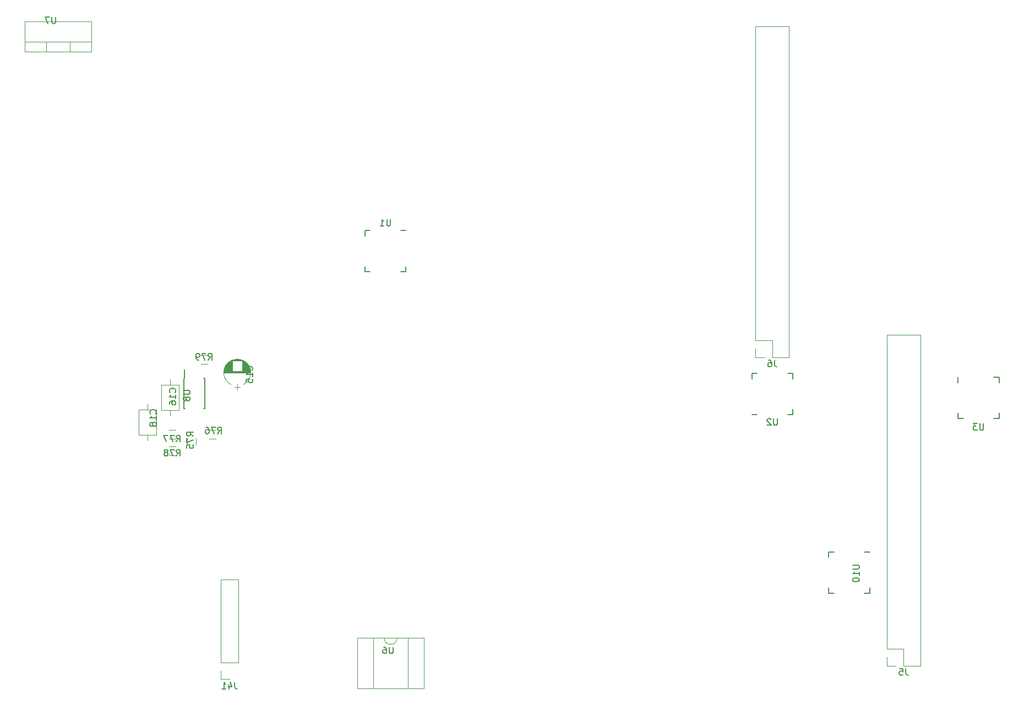
<source format=gbo>
G04 #@! TF.GenerationSoftware,KiCad,Pcbnew,(5.1.2)-2*
G04 #@! TF.CreationDate,2019-08-05T18:25:16-04:00*
G04 #@! TF.ProjectId,LooperPCB,4c6f6f70-6572-4504-9342-2e6b69636164,rev?*
G04 #@! TF.SameCoordinates,Original*
G04 #@! TF.FileFunction,Legend,Bot*
G04 #@! TF.FilePolarity,Positive*
%FSLAX46Y46*%
G04 Gerber Fmt 4.6, Leading zero omitted, Abs format (unit mm)*
G04 Created by KiCad (PCBNEW (5.1.2)-2) date 2019-08-05 18:25:16*
%MOMM*%
%LPD*%
G04 APERTURE LIST*
%ADD10C,0.120000*%
%ADD11C,0.150000*%
G04 APERTURE END LIST*
D10*
X94379170Y-112753564D02*
G75*
G02X94380000Y-116445996I-979170J-1846436D01*
G01*
X92420830Y-112753564D02*
G75*
G03X92420000Y-116445996I979170J-1846436D01*
G01*
X92420830Y-112753564D02*
G75*
G02X94380000Y-112754004I979170J-1846436D01*
G01*
X95450000Y-114600000D02*
X91350000Y-114600000D01*
X95450000Y-114560000D02*
X91350000Y-114560000D01*
X95449000Y-114520000D02*
X91351000Y-114520000D01*
X95447000Y-114480000D02*
X91353000Y-114480000D01*
X95444000Y-114440000D02*
X91356000Y-114440000D01*
X95441000Y-114400000D02*
X91359000Y-114400000D01*
X95437000Y-114360000D02*
X94180000Y-114360000D01*
X92620000Y-114360000D02*
X91363000Y-114360000D01*
X95432000Y-114320000D02*
X94180000Y-114320000D01*
X92620000Y-114320000D02*
X91368000Y-114320000D01*
X95426000Y-114280000D02*
X94180000Y-114280000D01*
X92620000Y-114280000D02*
X91374000Y-114280000D01*
X95419000Y-114240000D02*
X94180000Y-114240000D01*
X92620000Y-114240000D02*
X91381000Y-114240000D01*
X95412000Y-114200000D02*
X94180000Y-114200000D01*
X92620000Y-114200000D02*
X91388000Y-114200000D01*
X95404000Y-114160000D02*
X94180000Y-114160000D01*
X92620000Y-114160000D02*
X91396000Y-114160000D01*
X95395000Y-114120000D02*
X94180000Y-114120000D01*
X92620000Y-114120000D02*
X91405000Y-114120000D01*
X95385000Y-114080000D02*
X94180000Y-114080000D01*
X92620000Y-114080000D02*
X91415000Y-114080000D01*
X95374000Y-114040000D02*
X94180000Y-114040000D01*
X92620000Y-114040000D02*
X91426000Y-114040000D01*
X95363000Y-114000000D02*
X94180000Y-114000000D01*
X92620000Y-114000000D02*
X91437000Y-114000000D01*
X95350000Y-113960000D02*
X94180000Y-113960000D01*
X92620000Y-113960000D02*
X91450000Y-113960000D01*
X95337000Y-113920000D02*
X94180000Y-113920000D01*
X92620000Y-113920000D02*
X91463000Y-113920000D01*
X95323000Y-113879000D02*
X94180000Y-113879000D01*
X92620000Y-113879000D02*
X91477000Y-113879000D01*
X95307000Y-113839000D02*
X94180000Y-113839000D01*
X92620000Y-113839000D02*
X91493000Y-113839000D01*
X95291000Y-113799000D02*
X94180000Y-113799000D01*
X92620000Y-113799000D02*
X91509000Y-113799000D01*
X95274000Y-113759000D02*
X94180000Y-113759000D01*
X92620000Y-113759000D02*
X91526000Y-113759000D01*
X95256000Y-113719000D02*
X94180000Y-113719000D01*
X92620000Y-113719000D02*
X91544000Y-113719000D01*
X95237000Y-113679000D02*
X94180000Y-113679000D01*
X92620000Y-113679000D02*
X91563000Y-113679000D01*
X95217000Y-113639000D02*
X94180000Y-113639000D01*
X92620000Y-113639000D02*
X91583000Y-113639000D01*
X95196000Y-113599000D02*
X94180000Y-113599000D01*
X92620000Y-113599000D02*
X91604000Y-113599000D01*
X95173000Y-113559000D02*
X94180000Y-113559000D01*
X92620000Y-113559000D02*
X91627000Y-113559000D01*
X95150000Y-113519000D02*
X94180000Y-113519000D01*
X92620000Y-113519000D02*
X91650000Y-113519000D01*
X95125000Y-113479000D02*
X94180000Y-113479000D01*
X92620000Y-113479000D02*
X91675000Y-113479000D01*
X95099000Y-113439000D02*
X94180000Y-113439000D01*
X92620000Y-113439000D02*
X91701000Y-113439000D01*
X95072000Y-113399000D02*
X94180000Y-113399000D01*
X92620000Y-113399000D02*
X91728000Y-113399000D01*
X95043000Y-113359000D02*
X94180000Y-113359000D01*
X92620000Y-113359000D02*
X91757000Y-113359000D01*
X95013000Y-113319000D02*
X94180000Y-113319000D01*
X92620000Y-113319000D02*
X91787000Y-113319000D01*
X94981000Y-113279000D02*
X94180000Y-113279000D01*
X92620000Y-113279000D02*
X91819000Y-113279000D01*
X94947000Y-113239000D02*
X94180000Y-113239000D01*
X92620000Y-113239000D02*
X91853000Y-113239000D01*
X94912000Y-113199000D02*
X94180000Y-113199000D01*
X92620000Y-113199000D02*
X91888000Y-113199000D01*
X94875000Y-113159000D02*
X94180000Y-113159000D01*
X92620000Y-113159000D02*
X91925000Y-113159000D01*
X94836000Y-113119000D02*
X94180000Y-113119000D01*
X92620000Y-113119000D02*
X91964000Y-113119000D01*
X94795000Y-113079000D02*
X94180000Y-113079000D01*
X92620000Y-113079000D02*
X92005000Y-113079000D01*
X94751000Y-113039000D02*
X94180000Y-113039000D01*
X92620000Y-113039000D02*
X92049000Y-113039000D01*
X94705000Y-112999000D02*
X94180000Y-112999000D01*
X92620000Y-112999000D02*
X92095000Y-112999000D01*
X94656000Y-112959000D02*
X94180000Y-112959000D01*
X92620000Y-112959000D02*
X92144000Y-112959000D01*
X94604000Y-112919000D02*
X94180000Y-112919000D01*
X92620000Y-112919000D02*
X92196000Y-112919000D01*
X94548000Y-112879000D02*
X94180000Y-112879000D01*
X92620000Y-112879000D02*
X92252000Y-112879000D01*
X94488000Y-112839000D02*
X94180000Y-112839000D01*
X92620000Y-112839000D02*
X92312000Y-112839000D01*
X94423000Y-112799000D02*
X92377000Y-112799000D01*
X94352000Y-112759000D02*
X92448000Y-112759000D01*
X94274000Y-112719000D02*
X92526000Y-112719000D01*
X94186000Y-112679000D02*
X92614000Y-112679000D01*
X94086000Y-112639000D02*
X92714000Y-112639000D01*
X93967000Y-112599000D02*
X92833000Y-112599000D01*
X93815000Y-112559000D02*
X92985000Y-112559000D01*
X93565000Y-112519000D02*
X93235000Y-112519000D01*
X93400000Y-117300000D02*
X93400000Y-116400000D01*
X93850000Y-116850000D02*
X92950000Y-116850000D01*
X84460000Y-120410000D02*
X81740000Y-120410000D01*
X81740000Y-120410000D02*
X81740000Y-116490000D01*
X81740000Y-116490000D02*
X84460000Y-116490000D01*
X84460000Y-116490000D02*
X84460000Y-120410000D01*
X83100000Y-121220000D02*
X83100000Y-120410000D01*
X83100000Y-115680000D02*
X83100000Y-116490000D01*
X80960000Y-124210000D02*
X78240000Y-124210000D01*
X78240000Y-124210000D02*
X78240000Y-120290000D01*
X78240000Y-120290000D02*
X80960000Y-120290000D01*
X80960000Y-120290000D02*
X80960000Y-124210000D01*
X79600000Y-125020000D02*
X79600000Y-124210000D01*
X79600000Y-119480000D02*
X79600000Y-120290000D01*
X193270000Y-108810000D02*
X198470000Y-108810000D01*
X193270000Y-157130000D02*
X193270000Y-108810000D01*
X198470000Y-159730000D02*
X198470000Y-108810000D01*
X193270000Y-157130000D02*
X195870000Y-157130000D01*
X195870000Y-157130000D02*
X195870000Y-159730000D01*
X195870000Y-159730000D02*
X198470000Y-159730000D01*
X193270000Y-158400000D02*
X193270000Y-159730000D01*
X193270000Y-159730000D02*
X194600000Y-159730000D01*
X173070000Y-61310000D02*
X178270000Y-61310000D01*
X173070000Y-109630000D02*
X173070000Y-61310000D01*
X178270000Y-112230000D02*
X178270000Y-61310000D01*
X173070000Y-109630000D02*
X175670000Y-109630000D01*
X175670000Y-109630000D02*
X175670000Y-112230000D01*
X175670000Y-112230000D02*
X178270000Y-112230000D01*
X173070000Y-110900000D02*
X173070000Y-112230000D01*
X173070000Y-112230000D02*
X174400000Y-112230000D01*
X90870000Y-146470000D02*
X93530000Y-146470000D01*
X90870000Y-159230000D02*
X90870000Y-146470000D01*
X93530000Y-159230000D02*
X93530000Y-146470000D01*
X90870000Y-159230000D02*
X93530000Y-159230000D01*
X90870000Y-160500000D02*
X90870000Y-161830000D01*
X90870000Y-161830000D02*
X92200000Y-161830000D01*
X60720000Y-65220000D02*
X70960000Y-65220000D01*
X60720000Y-60579000D02*
X70960000Y-60579000D01*
X60720000Y-65220000D02*
X60720000Y-60579000D01*
X70960000Y-65220000D02*
X70960000Y-60579000D01*
X60720000Y-63710000D02*
X70960000Y-63710000D01*
X63990000Y-65220000D02*
X63990000Y-63710000D01*
X67691000Y-65220000D02*
X67691000Y-63710000D01*
D11*
X113050000Y-92750000D02*
X113050000Y-93540000D01*
X119350000Y-99050000D02*
X119350000Y-98260000D01*
X113050000Y-99050000D02*
X113050000Y-98260000D01*
X119350000Y-92750000D02*
X118560000Y-92750000D01*
X119350000Y-99050000D02*
X118560000Y-99050000D01*
X113050000Y-99050000D02*
X113840000Y-99050000D01*
X113050000Y-92750000D02*
X113840000Y-92750000D01*
X178850000Y-121050000D02*
X178850000Y-120260000D01*
X172550000Y-114750000D02*
X172550000Y-115540000D01*
X178850000Y-114750000D02*
X178850000Y-115540000D01*
X172550000Y-121050000D02*
X173340000Y-121050000D01*
X172550000Y-114750000D02*
X173340000Y-114750000D01*
X178850000Y-114750000D02*
X178060000Y-114750000D01*
X178850000Y-121050000D02*
X178060000Y-121050000D01*
X204250000Y-121650000D02*
X205040000Y-121650000D01*
X210550000Y-115350000D02*
X209760000Y-115350000D01*
X210550000Y-121650000D02*
X209760000Y-121650000D01*
X204250000Y-115350000D02*
X204250000Y-116140000D01*
X210550000Y-115350000D02*
X210550000Y-116140000D01*
X210550000Y-121650000D02*
X210550000Y-120860000D01*
X204250000Y-121650000D02*
X204250000Y-120860000D01*
X184350000Y-142250000D02*
X184350000Y-143040000D01*
X190650000Y-148550000D02*
X190650000Y-147760000D01*
X184350000Y-148550000D02*
X184350000Y-147760000D01*
X190650000Y-142250000D02*
X189860000Y-142250000D01*
X190650000Y-148550000D02*
X189860000Y-148550000D01*
X184350000Y-148550000D02*
X185140000Y-148550000D01*
X184350000Y-142250000D02*
X185140000Y-142250000D01*
D10*
X115990000Y-155470000D02*
G75*
G03X117990000Y-155470000I1000000J0D01*
G01*
X117990000Y-155470000D02*
X119640000Y-155470000D01*
X119640000Y-155470000D02*
X119640000Y-163210000D01*
X119640000Y-163210000D02*
X114340000Y-163210000D01*
X114340000Y-163210000D02*
X114340000Y-155470000D01*
X114340000Y-155470000D02*
X115990000Y-155470000D01*
X122130000Y-155410000D02*
X122130000Y-163270000D01*
X122130000Y-163270000D02*
X111850000Y-163270000D01*
X111850000Y-163270000D02*
X111850000Y-155410000D01*
X111850000Y-155410000D02*
X122130000Y-155410000D01*
X87080000Y-125700000D02*
X87080000Y-124700000D01*
X85720000Y-124700000D02*
X85720000Y-125700000D01*
X89100000Y-124780000D02*
X90100000Y-124780000D01*
X90100000Y-123420000D02*
X89100000Y-123420000D01*
X83900000Y-123420000D02*
X82900000Y-123420000D01*
X82900000Y-124780000D02*
X83900000Y-124780000D01*
X83900000Y-126020000D02*
X82900000Y-126020000D01*
X82900000Y-127380000D02*
X83900000Y-127380000D01*
X87800000Y-113280000D02*
X88800000Y-113280000D01*
X88800000Y-111920000D02*
X87800000Y-111920000D01*
D11*
X85175000Y-115475000D02*
X85275000Y-115475000D01*
X85175000Y-120125000D02*
X85375000Y-120125000D01*
X88425000Y-120125000D02*
X88225000Y-120125000D01*
X88425000Y-115475000D02*
X88225000Y-115475000D01*
X85175000Y-115475000D02*
X85175000Y-120125000D01*
X88425000Y-115475000D02*
X88425000Y-120125000D01*
X85275000Y-115475000D02*
X85275000Y-114125000D01*
X95657142Y-114257142D02*
X95704761Y-114209523D01*
X95752380Y-114066666D01*
X95752380Y-113971428D01*
X95704761Y-113828571D01*
X95609523Y-113733333D01*
X95514285Y-113685714D01*
X95323809Y-113638095D01*
X95180952Y-113638095D01*
X94990476Y-113685714D01*
X94895238Y-113733333D01*
X94800000Y-113828571D01*
X94752380Y-113971428D01*
X94752380Y-114066666D01*
X94800000Y-114209523D01*
X94847619Y-114257142D01*
X95752380Y-115209523D02*
X95752380Y-114638095D01*
X95752380Y-114923809D02*
X94752380Y-114923809D01*
X94895238Y-114828571D01*
X94990476Y-114733333D01*
X95038095Y-114638095D01*
X94752380Y-116114285D02*
X94752380Y-115638095D01*
X95228571Y-115590476D01*
X95180952Y-115638095D01*
X95133333Y-115733333D01*
X95133333Y-115971428D01*
X95180952Y-116066666D01*
X95228571Y-116114285D01*
X95323809Y-116161904D01*
X95561904Y-116161904D01*
X95657142Y-116114285D01*
X95704761Y-116066666D01*
X95752380Y-115971428D01*
X95752380Y-115733333D01*
X95704761Y-115638095D01*
X95657142Y-115590476D01*
X83857142Y-117657142D02*
X83904761Y-117609523D01*
X83952380Y-117466666D01*
X83952380Y-117371428D01*
X83904761Y-117228571D01*
X83809523Y-117133333D01*
X83714285Y-117085714D01*
X83523809Y-117038095D01*
X83380952Y-117038095D01*
X83190476Y-117085714D01*
X83095238Y-117133333D01*
X83000000Y-117228571D01*
X82952380Y-117371428D01*
X82952380Y-117466666D01*
X83000000Y-117609523D01*
X83047619Y-117657142D01*
X83952380Y-118609523D02*
X83952380Y-118038095D01*
X83952380Y-118323809D02*
X82952380Y-118323809D01*
X83095238Y-118228571D01*
X83190476Y-118133333D01*
X83238095Y-118038095D01*
X82952380Y-119466666D02*
X82952380Y-119276190D01*
X83000000Y-119180952D01*
X83047619Y-119133333D01*
X83190476Y-119038095D01*
X83380952Y-118990476D01*
X83761904Y-118990476D01*
X83857142Y-119038095D01*
X83904761Y-119085714D01*
X83952380Y-119180952D01*
X83952380Y-119371428D01*
X83904761Y-119466666D01*
X83857142Y-119514285D01*
X83761904Y-119561904D01*
X83523809Y-119561904D01*
X83428571Y-119514285D01*
X83380952Y-119466666D01*
X83333333Y-119371428D01*
X83333333Y-119180952D01*
X83380952Y-119085714D01*
X83428571Y-119038095D01*
X83523809Y-118990476D01*
X80857142Y-120957142D02*
X80904761Y-120909523D01*
X80952380Y-120766666D01*
X80952380Y-120671428D01*
X80904761Y-120528571D01*
X80809523Y-120433333D01*
X80714285Y-120385714D01*
X80523809Y-120338095D01*
X80380952Y-120338095D01*
X80190476Y-120385714D01*
X80095238Y-120433333D01*
X80000000Y-120528571D01*
X79952380Y-120671428D01*
X79952380Y-120766666D01*
X80000000Y-120909523D01*
X80047619Y-120957142D01*
X80952380Y-121909523D02*
X80952380Y-121338095D01*
X80952380Y-121623809D02*
X79952380Y-121623809D01*
X80095238Y-121528571D01*
X80190476Y-121433333D01*
X80238095Y-121338095D01*
X80380952Y-122480952D02*
X80333333Y-122385714D01*
X80285714Y-122338095D01*
X80190476Y-122290476D01*
X80142857Y-122290476D01*
X80047619Y-122338095D01*
X80000000Y-122385714D01*
X79952380Y-122480952D01*
X79952380Y-122671428D01*
X80000000Y-122766666D01*
X80047619Y-122814285D01*
X80142857Y-122861904D01*
X80190476Y-122861904D01*
X80285714Y-122814285D01*
X80333333Y-122766666D01*
X80380952Y-122671428D01*
X80380952Y-122480952D01*
X80428571Y-122385714D01*
X80476190Y-122338095D01*
X80571428Y-122290476D01*
X80761904Y-122290476D01*
X80857142Y-122338095D01*
X80904761Y-122385714D01*
X80952380Y-122480952D01*
X80952380Y-122671428D01*
X80904761Y-122766666D01*
X80857142Y-122814285D01*
X80761904Y-122861904D01*
X80571428Y-122861904D01*
X80476190Y-122814285D01*
X80428571Y-122766666D01*
X80380952Y-122671428D01*
X196203333Y-160182380D02*
X196203333Y-160896666D01*
X196250952Y-161039523D01*
X196346190Y-161134761D01*
X196489047Y-161182380D01*
X196584285Y-161182380D01*
X195250952Y-160182380D02*
X195727142Y-160182380D01*
X195774761Y-160658571D01*
X195727142Y-160610952D01*
X195631904Y-160563333D01*
X195393809Y-160563333D01*
X195298571Y-160610952D01*
X195250952Y-160658571D01*
X195203333Y-160753809D01*
X195203333Y-160991904D01*
X195250952Y-161087142D01*
X195298571Y-161134761D01*
X195393809Y-161182380D01*
X195631904Y-161182380D01*
X195727142Y-161134761D01*
X195774761Y-161087142D01*
X176003333Y-112682380D02*
X176003333Y-113396666D01*
X176050952Y-113539523D01*
X176146190Y-113634761D01*
X176289047Y-113682380D01*
X176384285Y-113682380D01*
X175098571Y-112682380D02*
X175289047Y-112682380D01*
X175384285Y-112730000D01*
X175431904Y-112777619D01*
X175527142Y-112920476D01*
X175574761Y-113110952D01*
X175574761Y-113491904D01*
X175527142Y-113587142D01*
X175479523Y-113634761D01*
X175384285Y-113682380D01*
X175193809Y-113682380D01*
X175098571Y-113634761D01*
X175050952Y-113587142D01*
X175003333Y-113491904D01*
X175003333Y-113253809D01*
X175050952Y-113158571D01*
X175098571Y-113110952D01*
X175193809Y-113063333D01*
X175384285Y-113063333D01*
X175479523Y-113110952D01*
X175527142Y-113158571D01*
X175574761Y-113253809D01*
X93009523Y-162282380D02*
X93009523Y-162996666D01*
X93057142Y-163139523D01*
X93152380Y-163234761D01*
X93295238Y-163282380D01*
X93390476Y-163282380D01*
X92104761Y-162615714D02*
X92104761Y-163282380D01*
X92342857Y-162234761D02*
X92580952Y-162949047D01*
X91961904Y-162949047D01*
X91057142Y-163282380D02*
X91628571Y-163282380D01*
X91342857Y-163282380D02*
X91342857Y-162282380D01*
X91438095Y-162425238D01*
X91533333Y-162520476D01*
X91628571Y-162568095D01*
X65461904Y-59852380D02*
X65461904Y-60661904D01*
X65414285Y-60757142D01*
X65366666Y-60804761D01*
X65271428Y-60852380D01*
X65080952Y-60852380D01*
X64985714Y-60804761D01*
X64938095Y-60757142D01*
X64890476Y-60661904D01*
X64890476Y-59852380D01*
X64509523Y-59852380D02*
X63842857Y-59852380D01*
X64271428Y-60852380D01*
X116961904Y-91002380D02*
X116961904Y-91811904D01*
X116914285Y-91907142D01*
X116866666Y-91954761D01*
X116771428Y-92002380D01*
X116580952Y-92002380D01*
X116485714Y-91954761D01*
X116438095Y-91907142D01*
X116390476Y-91811904D01*
X116390476Y-91002380D01*
X115390476Y-92002380D02*
X115961904Y-92002380D01*
X115676190Y-92002380D02*
X115676190Y-91002380D01*
X115771428Y-91145238D01*
X115866666Y-91240476D01*
X115961904Y-91288095D01*
X176461904Y-121702380D02*
X176461904Y-122511904D01*
X176414285Y-122607142D01*
X176366666Y-122654761D01*
X176271428Y-122702380D01*
X176080952Y-122702380D01*
X175985714Y-122654761D01*
X175938095Y-122607142D01*
X175890476Y-122511904D01*
X175890476Y-121702380D01*
X175461904Y-121797619D02*
X175414285Y-121750000D01*
X175319047Y-121702380D01*
X175080952Y-121702380D01*
X174985714Y-121750000D01*
X174938095Y-121797619D01*
X174890476Y-121892857D01*
X174890476Y-121988095D01*
X174938095Y-122130952D01*
X175509523Y-122702380D01*
X174890476Y-122702380D01*
X208161904Y-122452380D02*
X208161904Y-123261904D01*
X208114285Y-123357142D01*
X208066666Y-123404761D01*
X207971428Y-123452380D01*
X207780952Y-123452380D01*
X207685714Y-123404761D01*
X207638095Y-123357142D01*
X207590476Y-123261904D01*
X207590476Y-122452380D01*
X207209523Y-122452380D02*
X206590476Y-122452380D01*
X206923809Y-122833333D01*
X206780952Y-122833333D01*
X206685714Y-122880952D01*
X206638095Y-122928571D01*
X206590476Y-123023809D01*
X206590476Y-123261904D01*
X206638095Y-123357142D01*
X206685714Y-123404761D01*
X206780952Y-123452380D01*
X207066666Y-123452380D01*
X207161904Y-123404761D01*
X207209523Y-123357142D01*
X188052380Y-144261904D02*
X188861904Y-144261904D01*
X188957142Y-144309523D01*
X189004761Y-144357142D01*
X189052380Y-144452380D01*
X189052380Y-144642857D01*
X189004761Y-144738095D01*
X188957142Y-144785714D01*
X188861904Y-144833333D01*
X188052380Y-144833333D01*
X189052380Y-145833333D02*
X189052380Y-145261904D01*
X189052380Y-145547619D02*
X188052380Y-145547619D01*
X188195238Y-145452380D01*
X188290476Y-145357142D01*
X188338095Y-145261904D01*
X188052380Y-146452380D02*
X188052380Y-146547619D01*
X188100000Y-146642857D01*
X188147619Y-146690476D01*
X188242857Y-146738095D01*
X188433333Y-146785714D01*
X188671428Y-146785714D01*
X188861904Y-146738095D01*
X188957142Y-146690476D01*
X189004761Y-146642857D01*
X189052380Y-146547619D01*
X189052380Y-146452380D01*
X189004761Y-146357142D01*
X188957142Y-146309523D01*
X188861904Y-146261904D01*
X188671428Y-146214285D01*
X188433333Y-146214285D01*
X188242857Y-146261904D01*
X188147619Y-146309523D01*
X188100000Y-146357142D01*
X188052380Y-146452380D01*
X117361904Y-156852380D02*
X117361904Y-157661904D01*
X117314285Y-157757142D01*
X117266666Y-157804761D01*
X117171428Y-157852380D01*
X116980952Y-157852380D01*
X116885714Y-157804761D01*
X116838095Y-157757142D01*
X116790476Y-157661904D01*
X116790476Y-156852380D01*
X115885714Y-156852380D02*
X116076190Y-156852380D01*
X116171428Y-156900000D01*
X116219047Y-156947619D01*
X116314285Y-157090476D01*
X116361904Y-157280952D01*
X116361904Y-157661904D01*
X116314285Y-157757142D01*
X116266666Y-157804761D01*
X116171428Y-157852380D01*
X115980952Y-157852380D01*
X115885714Y-157804761D01*
X115838095Y-157757142D01*
X115790476Y-157661904D01*
X115790476Y-157423809D01*
X115838095Y-157328571D01*
X115885714Y-157280952D01*
X115980952Y-157233333D01*
X116171428Y-157233333D01*
X116266666Y-157280952D01*
X116314285Y-157328571D01*
X116361904Y-157423809D01*
X86652380Y-124357142D02*
X86176190Y-124023809D01*
X86652380Y-123785714D02*
X85652380Y-123785714D01*
X85652380Y-124166666D01*
X85700000Y-124261904D01*
X85747619Y-124309523D01*
X85842857Y-124357142D01*
X85985714Y-124357142D01*
X86080952Y-124309523D01*
X86128571Y-124261904D01*
X86176190Y-124166666D01*
X86176190Y-123785714D01*
X85652380Y-124690476D02*
X85652380Y-125357142D01*
X86652380Y-124928571D01*
X85652380Y-126214285D02*
X85652380Y-125738095D01*
X86128571Y-125690476D01*
X86080952Y-125738095D01*
X86033333Y-125833333D01*
X86033333Y-126071428D01*
X86080952Y-126166666D01*
X86128571Y-126214285D01*
X86223809Y-126261904D01*
X86461904Y-126261904D01*
X86557142Y-126214285D01*
X86604761Y-126166666D01*
X86652380Y-126071428D01*
X86652380Y-125833333D01*
X86604761Y-125738095D01*
X86557142Y-125690476D01*
X90392857Y-124002380D02*
X90726190Y-123526190D01*
X90964285Y-124002380D02*
X90964285Y-123002380D01*
X90583333Y-123002380D01*
X90488095Y-123050000D01*
X90440476Y-123097619D01*
X90392857Y-123192857D01*
X90392857Y-123335714D01*
X90440476Y-123430952D01*
X90488095Y-123478571D01*
X90583333Y-123526190D01*
X90964285Y-123526190D01*
X90059523Y-123002380D02*
X89392857Y-123002380D01*
X89821428Y-124002380D01*
X88583333Y-123002380D02*
X88773809Y-123002380D01*
X88869047Y-123050000D01*
X88916666Y-123097619D01*
X89011904Y-123240476D01*
X89059523Y-123430952D01*
X89059523Y-123811904D01*
X89011904Y-123907142D01*
X88964285Y-123954761D01*
X88869047Y-124002380D01*
X88678571Y-124002380D01*
X88583333Y-123954761D01*
X88535714Y-123907142D01*
X88488095Y-123811904D01*
X88488095Y-123573809D01*
X88535714Y-123478571D01*
X88583333Y-123430952D01*
X88678571Y-123383333D01*
X88869047Y-123383333D01*
X88964285Y-123430952D01*
X89011904Y-123478571D01*
X89059523Y-123573809D01*
X84042857Y-125252380D02*
X84376190Y-124776190D01*
X84614285Y-125252380D02*
X84614285Y-124252380D01*
X84233333Y-124252380D01*
X84138095Y-124300000D01*
X84090476Y-124347619D01*
X84042857Y-124442857D01*
X84042857Y-124585714D01*
X84090476Y-124680952D01*
X84138095Y-124728571D01*
X84233333Y-124776190D01*
X84614285Y-124776190D01*
X83709523Y-124252380D02*
X83042857Y-124252380D01*
X83471428Y-125252380D01*
X82757142Y-124252380D02*
X82090476Y-124252380D01*
X82519047Y-125252380D01*
X84042857Y-127452380D02*
X84376190Y-126976190D01*
X84614285Y-127452380D02*
X84614285Y-126452380D01*
X84233333Y-126452380D01*
X84138095Y-126500000D01*
X84090476Y-126547619D01*
X84042857Y-126642857D01*
X84042857Y-126785714D01*
X84090476Y-126880952D01*
X84138095Y-126928571D01*
X84233333Y-126976190D01*
X84614285Y-126976190D01*
X83709523Y-126452380D02*
X83042857Y-126452380D01*
X83471428Y-127452380D01*
X82519047Y-126880952D02*
X82614285Y-126833333D01*
X82661904Y-126785714D01*
X82709523Y-126690476D01*
X82709523Y-126642857D01*
X82661904Y-126547619D01*
X82614285Y-126500000D01*
X82519047Y-126452380D01*
X82328571Y-126452380D01*
X82233333Y-126500000D01*
X82185714Y-126547619D01*
X82138095Y-126642857D01*
X82138095Y-126690476D01*
X82185714Y-126785714D01*
X82233333Y-126833333D01*
X82328571Y-126880952D01*
X82519047Y-126880952D01*
X82614285Y-126928571D01*
X82661904Y-126976190D01*
X82709523Y-127071428D01*
X82709523Y-127261904D01*
X82661904Y-127357142D01*
X82614285Y-127404761D01*
X82519047Y-127452380D01*
X82328571Y-127452380D01*
X82233333Y-127404761D01*
X82185714Y-127357142D01*
X82138095Y-127261904D01*
X82138095Y-127071428D01*
X82185714Y-126976190D01*
X82233333Y-126928571D01*
X82328571Y-126880952D01*
X88942857Y-112652380D02*
X89276190Y-112176190D01*
X89514285Y-112652380D02*
X89514285Y-111652380D01*
X89133333Y-111652380D01*
X89038095Y-111700000D01*
X88990476Y-111747619D01*
X88942857Y-111842857D01*
X88942857Y-111985714D01*
X88990476Y-112080952D01*
X89038095Y-112128571D01*
X89133333Y-112176190D01*
X89514285Y-112176190D01*
X88609523Y-111652380D02*
X87942857Y-111652380D01*
X88371428Y-112652380D01*
X87514285Y-112652380D02*
X87323809Y-112652380D01*
X87228571Y-112604761D01*
X87180952Y-112557142D01*
X87085714Y-112414285D01*
X87038095Y-112223809D01*
X87038095Y-111842857D01*
X87085714Y-111747619D01*
X87133333Y-111700000D01*
X87228571Y-111652380D01*
X87419047Y-111652380D01*
X87514285Y-111700000D01*
X87561904Y-111747619D01*
X87609523Y-111842857D01*
X87609523Y-112080952D01*
X87561904Y-112176190D01*
X87514285Y-112223809D01*
X87419047Y-112271428D01*
X87228571Y-112271428D01*
X87133333Y-112223809D01*
X87085714Y-112176190D01*
X87038095Y-112080952D01*
X85102380Y-117354095D02*
X85911904Y-117354095D01*
X86007142Y-117401714D01*
X86054761Y-117449333D01*
X86102380Y-117544571D01*
X86102380Y-117735047D01*
X86054761Y-117830285D01*
X86007142Y-117877904D01*
X85911904Y-117925523D01*
X85102380Y-117925523D01*
X85530952Y-118544571D02*
X85483333Y-118449333D01*
X85435714Y-118401714D01*
X85340476Y-118354095D01*
X85292857Y-118354095D01*
X85197619Y-118401714D01*
X85150000Y-118449333D01*
X85102380Y-118544571D01*
X85102380Y-118735047D01*
X85150000Y-118830285D01*
X85197619Y-118877904D01*
X85292857Y-118925523D01*
X85340476Y-118925523D01*
X85435714Y-118877904D01*
X85483333Y-118830285D01*
X85530952Y-118735047D01*
X85530952Y-118544571D01*
X85578571Y-118449333D01*
X85626190Y-118401714D01*
X85721428Y-118354095D01*
X85911904Y-118354095D01*
X86007142Y-118401714D01*
X86054761Y-118449333D01*
X86102380Y-118544571D01*
X86102380Y-118735047D01*
X86054761Y-118830285D01*
X86007142Y-118877904D01*
X85911904Y-118925523D01*
X85721428Y-118925523D01*
X85626190Y-118877904D01*
X85578571Y-118830285D01*
X85530952Y-118735047D01*
M02*

</source>
